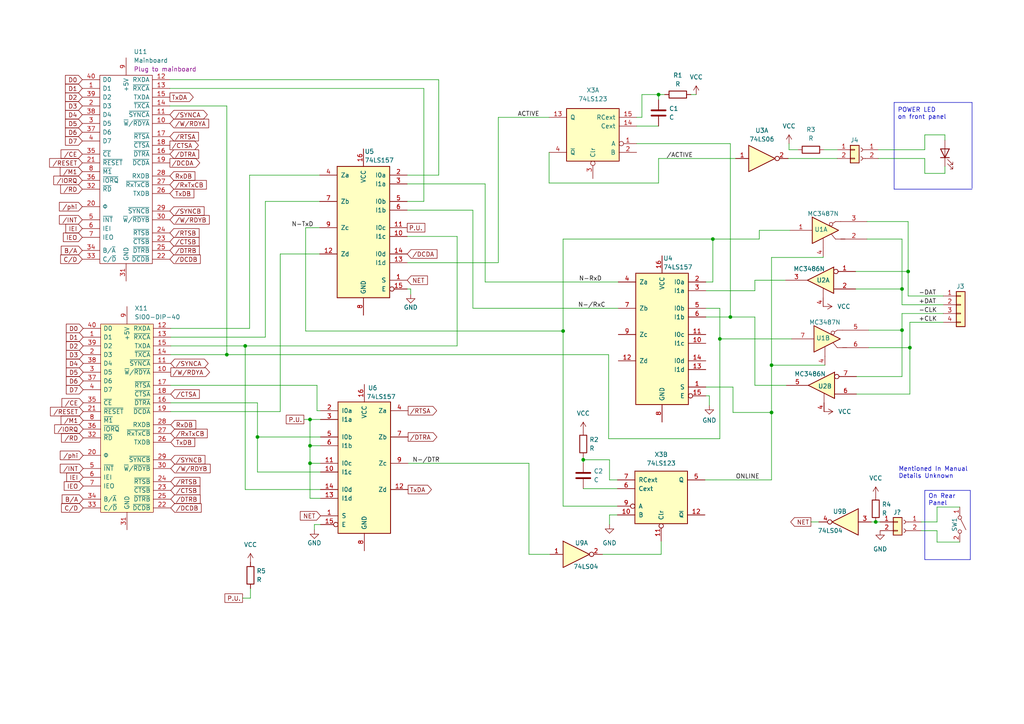
<source format=kicad_sch>
(kicad_sch (version 20230121) (generator eeschema)
  (paper "A4")
  (title_block (title "Possible KayNet-ULCNet equivalent") (date "2025-06-15") (rev "0"))
  (lib_symbols
    (symbol "74xx:74LS04"
      (property "Reference" "U" (at 0 1.27 0))
      (property "Value" "74LS04" (at 0 -1.27 0))
      (symbol "74LS04_1_0"
        (pin input line (at -7.62 0 0) (length 3.81) (name "~") (number "1"))
        (pin output inverted (at 7.62 0 180) (length 3.81) (name "~") (number "2"))
      )
      (symbol "74LS04_2_0"
        (pin input line (at -7.62 0 0) (length 3.81) (name "~") (number "3"))
        (pin output inverted (at 7.62 0 180) (length 3.81) (name "~") (number "4"))
      )
      (symbol "74LS04_3_0"
        (pin input line (at -7.62 0 0) (length 3.81) (name "~") (number "5"))
        (pin output inverted (at 7.62 0 180) (length 3.81) (name "~") (number "6"))
      )
      (symbol "74LS04_4_0"
        (pin output inverted (at 7.62 0 180) (length 3.81) (name "~") (number "8"))
        (pin input line (at -7.62 0 0) (length 3.81) (name "~") (number "9"))
      )
      (symbol "74LS04_5_0"
        (pin output inverted (at 7.62 0 180) (length 3.81) (name "~") (number "10"))
        (pin input line (at -7.62 0 0) (length 3.81) (name "~") (number "11"))
      )
      (symbol "74LS04_6_0"
        (pin output inverted (at 7.62 0 180) (length 3.81) (name "~") (number "12"))
        (pin input line (at -7.62 0 0) (length 3.81) (name "~") (number "13"))
      )
      (symbol "74LS04_7_0"
        (pin power_in line (at 0 12.7 270) (length 5.08) (name "VCC") (number "14"))
        (pin power_in line (at 0 -12.7 90) (length 5.08) (name "GND") (number "7"))
      )
    )
    (symbol "74xx:74LS06" (pin_names (offset 1.016))
      (property "Reference" "U" (at 0 1.27 0))
      (property "Value" "74LS06" (at 0 -1.27 0))
      (symbol "74LS06_1_0"
        (pin input line (at -7.62 0 0) (length 3.81) (name "~") (number "1"))
        (pin open_collector inverted (at 7.62 0 180) (length 3.81) (name "~") (number "2"))
      )
      (symbol "74LS06_2_0"
        (pin input line (at -7.62 0 0) (length 3.81) (name "~") (number "3"))
        (pin open_collector inverted (at 7.62 0 180) (length 3.81) (name "~") (number "4"))
      )
      (symbol "74LS06_3_0"
        (pin input line (at -7.62 0 0) (length 3.81) (name "~") (number "5"))
        (pin open_collector inverted (at 7.62 0 180) (length 3.81) (name "~") (number "6"))
      )
      (symbol "74LS06_4_0"
        (pin open_collector inverted (at 7.62 0 180) (length 3.81) (name "~") (number "8"))
        (pin input line (at -7.62 0 0) (length 3.81) (name "~") (number "9"))
      )
      (symbol "74LS06_5_0"
        (pin open_collector inverted (at 7.62 0 180) (length 3.81) (name "~") (number "10"))
        (pin input line (at -7.62 0 0) (length 3.81) (name "~") (number "11"))
      )
      (symbol "74LS06_6_0"
        (pin open_collector inverted (at 7.62 0 180) (length 3.81) (name "~") (number "12"))
        (pin input line (at -7.62 0 0) (length 3.81) (name "~") (number "13"))
      )
      (symbol "74LS06_7_0"
        (pin power_in line (at 0 12.7 270) (length 5.08) (name "VCC") (number "14"))
        (pin power_in line (at 0 -12.7 90) (length 5.08) (name "GND") (number "7"))
      )
    )
    (symbol "74xx:74LS123" (pin_names (offset 1.016))
      (property "Reference" "U" (at -7.62 8.89 0))
      (property "Value" "74LS123" (at -7.62 -8.89 0))
      (symbol "74LS123_1_0"
        (pin input inverted (at -12.7 -2.54 0) (length 5.08) (name "A") (number "1"))
        (pin output line (at 12.7 5.08 180) (length 5.08) (name "Q") (number "13"))
        (pin input line (at -12.7 2.54 0) (length 5.08) (name "Cext") (number "14"))
        (pin input line (at -12.7 5.08 0) (length 5.08) (name "RCext") (number "15"))
        (pin input line (at -12.7 -5.08 0) (length 5.08) (name "B") (number "2"))
        (pin input inverted (at 0 -12.7 90) (length 5.08) (name "Clr") (number "3"))
        (pin output line (at 12.7 -5.08 180) (length 5.08) (name "~{Q}") (number "4"))
      )
      (symbol "74LS123_2_0"
        (pin input line (at -12.7 -5.08 0) (length 5.08) (name "B") (number "10"))
        (pin input inverted (at 0 -12.7 90) (length 5.08) (name "Clr") (number "11"))
        (pin output line (at 12.7 -5.08 180) (length 5.08) (name "~{Q}") (number "12"))
        (pin output line (at 12.7 5.08 180) (length 5.08) (name "Q") (number "5"))
        (pin input line (at -12.7 2.54 0) (length 5.08) (name "Cext") (number "6"))
        (pin input line (at -12.7 5.08 0) (length 5.08) (name "RCext") (number "7"))
        (pin input inverted (at -12.7 -2.54 0) (length 5.08) (name "A") (number "9"))
      )
      (symbol "74LS123_3_0"
        (pin power_in line (at 0 12.7 270) (length 5.08) (name "VCC") (number "16"))
        (pin power_in line (at 0 -12.7 90) (length 5.08) (name "GND") (number "8"))
      )
    )
    (symbol "74xx:74LS157" (pin_names (offset 1.016))
      (property "Reference" "U" (at -7.62 19.05 0))
      (property "Value" "74LS157" (at -7.62 -21.59 0))
      (symbol "74LS157_1_0"
        (pin input line (at -12.7 -15.24 0) (length 5.08) (name "S") (number "1"))
        (pin input line (at -12.7 -2.54 0) (length 5.08) (name "I1c") (number "10"))
        (pin input line (at -12.7 0 0) (length 5.08) (name "I0c") (number "11"))
        (pin output line (at 12.7 -7.62 180) (length 5.08) (name "Zd") (number "12"))
        (pin input line (at -12.7 -10.16 0) (length 5.08) (name "I1d") (number "13"))
        (pin input line (at -12.7 -7.62 0) (length 5.08) (name "I0d") (number "14"))
        (pin input inverted (at -12.7 -17.78 0) (length 5.08) (name "E") (number "15"))
        (pin power_in line (at 0 22.86 270) (length 5.08) (name "VCC") (number "16"))
        (pin input line (at -12.7 15.24 0) (length 5.08) (name "I0a") (number "2"))
        (pin input line (at -12.7 12.7 0) (length 5.08) (name "I1a") (number "3"))
        (pin output line (at 12.7 15.24 180) (length 5.08) (name "Za") (number "4"))
        (pin input line (at -12.7 7.62 0) (length 5.08) (name "I0b") (number "5"))
        (pin input line (at -12.7 5.08 0) (length 5.08) (name "I1b") (number "6"))
        (pin output line (at 12.7 7.62 180) (length 5.08) (name "Zb") (number "7"))
        (pin power_in line (at 0 -25.4 90) (length 5.08) (name "GND") (number "8"))
        (pin output line (at 12.7 0 180) (length 5.08) (name "Zc") (number "9"))
      )
    )
    (symbol "Connector:Conn_01x02_Socket" (pin_names (offset 1.016) hide)
      (property "Reference" "J" (at 0 2.54 0))
      (property "Value" "Conn_01x02_Socket" (at 0 -5.08 0))
      (symbol "Conn_01x02_Socket_1_1"
        (pin passive line (at -5.08 0 0) (length 3.81) (name "Pin_1") (number "1"))
        (pin passive line (at -5.08 -2.54 0) (length 3.81) (name "Pin_2") (number "2"))
      )
    )
    (symbol "Connector_Generic:Conn_01x02" (pin_names (offset 1.016) hide)
      (property "Reference" "J" (at 0 2.54 0))
      (property "Value" "Conn_01x02" (at 0 -5.08 0))
      (symbol "Conn_01x02_1_1"
        (pin passive line (at -5.08 0 0) (length 3.81) (name "Pin_1") (number "1"))
        (pin passive line (at -5.08 -2.54 0) (length 3.81) (name "Pin_2") (number "2"))
      )
    )
    (symbol "Connector_Generic:Conn_01x04" (pin_names (offset 1.016) hide)
      (property "Reference" "J" (at 0 5.08 0))
      (property "Value" "Conn_01x04" (at 0 -7.62 0))
      (symbol "Conn_01x04_1_1"
        (pin passive line (at -5.08 2.54 0) (length 3.81) (name "Pin_1") (number "1"))
        (pin passive line (at -5.08 0 0) (length 3.81) (name "Pin_2") (number "2"))
        (pin passive line (at -5.08 -2.54 0) (length 3.81) (name "Pin_3") (number "3"))
        (pin passive line (at -5.08 -5.08 0) (length 3.81) (name "Pin_4") (number "4"))
      )
    )
    (symbol "Device:C" (pin_numbers hide) (pin_names (offset 0.254))
      (property "Reference" "C" (at 0.635 2.54 0))
      (property "Value" "C" (at 0.635 -2.54 0))
      (symbol "C_1_1"
        (pin passive line (at 0 3.81 270) (length 2.794) (name "~") (number "1"))
        (pin passive line (at 0 -3.81 90) (length 2.794) (name "~") (number "2"))
      )
    )
    (symbol "Device:LED" (pin_numbers hide) (pin_names (offset 1.016) hide)
      (property "Reference" "D" (at 0 2.54 0))
      (property "Value" "LED" (at 0 -2.54 0))
      (symbol "LED_1_1"
        (pin passive line (at -3.81 0 0) (length 2.54) (name "K") (number "1"))
        (pin passive line (at 3.81 0 180) (length 2.54) (name "A") (number "2"))
      )
    )
    (symbol "Device:R" (pin_numbers hide) (pin_names (offset 0))
      (property "Reference" "R" (at 2.032 0 90))
      (property "Value" "R" (at 0 0 90))
      (symbol "R_1_1"
        (pin passive line (at 0 3.81 270) (length 1.27) (name "~") (number "1"))
        (pin passive line (at 0 -3.81 90) (length 1.27) (name "~") (number "2"))
      )
    )
    (symbol "Interface_LineDriver:MC3486N" (pin_names (offset 1.016) hide)
      (property "Reference" "U2" (at 2.286 3.556 0))
      (property "Value" "MC3486N" (at -1.524 0 0))
      (symbol "MC3486N_1_1"
        (pin input inverted (at -9.398 2.54 0) (length 6.35) (name "E-") (number "1"))
        (pin input line (at -9.398 -2.54 0) (length 6.35) (name "E+") (number "2"))
        (pin tri_state line (at 10.922 0 180) (length 6.35) (name "OUT") (number "3"))
        (pin input line (at 0 -7.62 90) (length 2.54) (name "ENABLE") (number "4"))
      )
      (symbol "MC3486N_2_1"
        (pin input line (at 0 -7.62 90) (length 2.54) (name "ENABLE") (number "4"))
        (pin tri_state line (at 10.922 0 180) (length 6.35) (name "OUT") (number "5"))
        (pin input line (at -9.398 -2.54 0) (length 6.35) (name "E+") (number "6"))
        (pin input inverted (at -9.398 2.54 0) (length 6.35) (name "E-") (number "7"))
      )
      (symbol "MC3486N_3_1"
        (pin input line (at -9.398 -2.54 0) (length 6.35) (name "E+") (number "10"))
        (pin tri_state line (at 10.922 0 180) (length 6.35) (name "OUT") (number "11"))
        (pin input line (at 0 -7.62 90) (length 2.54) (name "ENABLE") (number "12"))
        (pin input inverted (at -9.398 2.54 0) (length 6.35) (name "E-") (number "9"))
      )
      (symbol "MC3486N_4_1"
        (pin input line (at 0 -7.62 90) (length 2.54) (name "ENABLE") (number "12"))
        (pin tri_state line (at 10.922 0 180) (length 6.35) (name "OUT") (number "13"))
        (pin input line (at -9.398 -2.54 0) (length 6.35) (name "E+") (number "14"))
        (pin input inverted (at -9.398 2.54 0) (length 6.35) (name "E-") (number "15"))
      )
    )
    (symbol "Interface_LineDriver:MC3487N" (pin_names (offset 1.016) hide)
      (property "Reference" "U1" (at -2.54 0.254 0))
      (property "Value" "MC3487N" (at -4.572 4.826 0))
      (symbol "MC3487N_1_1"
        (pin input line (at -9.652 0 0) (length 6.35) (name "INPUT") (number "1"))
        (pin tri_state line (at 12.7 -2.54 180) (length 7.62) (name "OUT+") (number "2"))
        (pin tri_state line (at 12.7 2.54 180) (length 7.62) (name "OUT-") (number "3"))
        (pin input line (at 0 -7.62 90) (length 2.54) (name "ENABLE") (number "4"))
      )
      (symbol "MC3487N_2_1"
        (pin input line (at 0 -7.62 90) (length 2.54) (name "ENABLE") (number "4"))
        (pin tri_state line (at 12.7 2.54 180) (length 7.62) (name "OUT-") (number "5"))
        (pin tri_state line (at 12.7 -2.54 180) (length 7.62) (name "OUT+") (number "6"))
        (pin input line (at -9.652 0 0) (length 6.35) (name "INPUT") (number "7"))
      )
      (symbol "MC3487N_3_1"
        (pin tri_state line (at 12.7 -2.54 180) (length 7.62) (name "OUT+") (number "10"))
        (pin tri_state line (at 12.7 2.54 180) (length 7.62) (name "OUT-") (number "11"))
        (pin input line (at 0 -7.62 90) (length 2.54) (name "ENABLE") (number "12"))
        (pin input line (at -9.652 0 0) (length 6.35) (name "INPUT") (number "9"))
      )
      (symbol "MC3487N_4_1"
        (pin input line (at 0 -7.62 90) (length 2.54) (name "ENABLE") (number "12"))
        (pin tri_state line (at 12.7 2.54 180) (length 7.62) (name "OUT-") (number "13"))
        (pin tri_state line (at 12.7 -2.54 180) (length 7.62) (name "OUT+") (number "14"))
        (pin input line (at -9.652 0 0) (length 6.35) (name "INPUT") (number "15"))
      )
    )
    (symbol "MC3486N_1" (pin_names (offset 1.016) hide)
      (property "Reference" "U2" (at 2.286 3.556 0))
      (property "Value" "MC3486N" (at -1.524 0 0))
      (symbol "MC3486N_1_1_1"
        (pin input inverted (at -9.398 2.54 0) (length 6.35) (name "E-") (number "1"))
        (pin input line (at -9.398 -2.54 0) (length 6.35) (name "E+") (number "2"))
        (pin tri_state line (at 10.922 0 180) (length 6.35) (name "OUT") (number "3"))
        (pin input line (at 0 -7.62 90) (length 2.54) (name "ENABLE") (number "4"))
      )
      (symbol "MC3486N_1_2_1"
        (pin input line (at 0 -7.62 90) (length 2.54) (name "ENABLE") (number "4"))
        (pin tri_state line (at 10.922 0 180) (length 6.35) (name "OUT") (number "5"))
        (pin input line (at -9.398 -2.54 0) (length 6.35) (name "E+") (number "6"))
        (pin input inverted (at -9.398 2.54 0) (length 6.35) (name "E-") (number "7"))
      )
      (symbol "MC3486N_1_3_1"
        (pin input line (at -9.398 -2.54 0) (length 6.35) (name "E+") (number "10"))
        (pin tri_state line (at 10.922 0 180) (length 6.35) (name "OUT") (number "11"))
        (pin input line (at 0 -7.62 90) (length 2.54) (name "ENABLE") (number "12"))
        (pin input inverted (at -9.398 2.54 0) (length 6.35) (name "E-") (number "9"))
      )
      (symbol "MC3486N_1_4_1"
        (pin input line (at 0 -7.62 90) (length 2.54) (name "ENABLE") (number "12"))
        (pin tri_state line (at 10.922 0 180) (length 6.35) (name "OUT") (number "13"))
        (pin input line (at -9.398 -2.54 0) (length 6.35) (name "E+") (number "14"))
        (pin input inverted (at -9.398 2.54 0) (length 6.35) (name "E-") (number "15"))
      )
    )
    (symbol "MC3487N_1" (pin_names (offset 1.016) hide)
      (property "Reference" "U1" (at -2.54 0.254 0))
      (property "Value" "MC3487N" (at -4.572 4.826 0))
      (symbol "MC3487N_1_1_1"
        (pin input line (at -9.652 0 0) (length 6.35) (name "INPUT") (number "1"))
        (pin tri_state line (at 12.7 -2.54 180) (length 7.62) (name "OUT+") (number "2"))
        (pin tri_state line (at 12.7 2.54 180) (length 7.62) (name "OUT-") (number "3"))
        (pin input line (at 0 -7.62 90) (length 2.54) (name "ENABLE") (number "4"))
      )
      (symbol "MC3487N_1_2_1"
        (pin input line (at 0 -7.62 90) (length 2.54) (name "ENABLE") (number "4"))
        (pin tri_state line (at 12.7 2.54 180) (length 7.62) (name "OUT-") (number "5"))
        (pin tri_state line (at 12.7 -2.54 180) (length 7.62) (name "OUT+") (number "6"))
        (pin input line (at -9.652 0 0) (length 6.35) (name "INPUT") (number "7"))
      )
      (symbol "MC3487N_1_3_1"
        (pin tri_state line (at 12.7 -2.54 180) (length 7.62) (name "OUT+") (number "10"))
        (pin tri_state line (at 12.7 2.54 180) (length 7.62) (name "OUT-") (number "11"))
        (pin input line (at 0 -7.62 90) (length 2.54) (name "ENABLE") (number "12"))
        (pin input line (at -9.652 0 0) (length 6.35) (name "INPUT") (number "9"))
      )
      (symbol "MC3487N_1_4_1"
        (pin input line (at 0 -7.62 90) (length 2.54) (name "ENABLE") (number "12"))
        (pin tri_state line (at 12.7 2.54 180) (length 7.62) (name "OUT-") (number "13"))
        (pin tri_state line (at 12.7 -2.54 180) (length 7.62) (name "OUT+") (number "14"))
        (pin input line (at -9.652 0 0) (length 6.35) (name "INPUT") (number "15"))
      )
    )
    (symbol "SIO0-DIP-40_1" (pin_names (offset 0.762))
      (property "Reference" "U11" (at 9.8141 6.858 0))
      (property "Value" "Mainboard" (at 9.8141 4.318 0))
      (property "Value_1" "Plug to mainboard" (at 9.8141 1.778 0))
      (symbol "SIO0-DIP-40_1_0_0"
        (pin bidirectional line (at -5.08 -3.81 0) (length 5.08) (name "D1") (number "1"))
        (pin output line (at 20.32 -13.97 180) (length 5.08) (name "~{W}/~{RDYA}") (number "10"))
        (pin bidirectional line (at 20.32 -11.43 180) (length 5.08) (name "~{SYNCA}") (number "11"))
        (pin input line (at 20.32 -1.27 180) (length 5.08) (name "RXDA") (number "12"))
        (pin input line (at 20.32 -3.81 180) (length 5.08) (name "~{RXCA}") (number "13"))
        (pin output line (at 20.32 -8.89 180) (length 5.08) (name "~{TXCA}") (number "14"))
        (pin output line (at 20.32 -6.35 180) (length 5.08) (name "TXDA") (number "15"))
        (pin output line (at 20.32 -22.86 180) (length 5.08) (name "~{DTRA}") (number "16"))
        (pin output line (at 20.32 -17.78 180) (length 5.08) (name "~{RTSA}") (number "17"))
        (pin input line (at 20.32 -20.32 180) (length 5.08) (name "~{CTSA}") (number "18"))
        (pin input line (at 20.32 -25.4 180) (length 5.08) (name "~{DCDA}") (number "19"))
        (pin bidirectional line (at -5.08 -8.89 0) (length 5.08) (name "D3") (number "2"))
        (pin input line (at -5.08 -38.1 0) (length 5.08) (name "Φ") (number "20"))
        (pin input line (at -5.08 -25.4 0) (length 5.08) (name "~{RESET}") (number "21"))
        (pin input line (at 20.32 -53.34 180) (length 5.08) (name "~{DCDB}") (number "22"))
        (pin input line (at 20.32 -48.26 180) (length 5.08) (name "~{CTSB}") (number "23"))
        (pin output line (at 20.32 -45.72 180) (length 5.08) (name "~{RTSB}") (number "24"))
        (pin output line (at 20.32 -50.8 180) (length 5.08) (name "~{DTRB}") (number "25"))
        (pin output line (at 20.32 -34.29 180) (length 5.08) (name "TXDB") (number "26"))
        (pin input line (at 20.32 -31.75 180) (length 5.08) (name "~{RxTxCB}") (number "27"))
        (pin input line (at 20.32 -29.21 180) (length 5.08) (name "RXDB") (number "28"))
        (pin input line (at 20.32 -39.37 180) (length 5.08) (name "~{SYNCB}") (number "29"))
        (pin bidirectional line (at -5.08 -13.97 0) (length 5.08) (name "D5") (number "3"))
        (pin output line (at 20.32 -41.91 180) (length 5.08) (name "~{W}/~{RDYB}") (number "30"))
        (pin power_in line (at 7.62 -59.69 90) (length 5.08) (name "GND") (number "31"))
        (pin input line (at -5.08 -33.02 0) (length 5.08) (name "~{RD}") (number "32"))
        (pin input line (at -5.08 -53.34 0) (length 5.08) (name "C/~{D}") (number "33"))
        (pin input line (at -5.08 -50.8 0) (length 5.08) (name "B/~{A}") (number "34"))
        (pin input line (at -5.08 -22.86 0) (length 5.08) (name "~{CE}") (number "35"))
        (pin input line (at -5.08 -30.48 0) (length 5.08) (name "~{IORQ}") (number "36"))
        (pin bidirectional line (at -5.08 -16.51 0) (length 5.08) (name "D6") (number "37"))
        (pin bidirectional line (at -5.08 -11.43 0) (length 5.08) (name "D4") (number "38"))
        (pin bidirectional line (at -5.08 -6.35 0) (length 5.08) (name "D2") (number "39"))
        (pin bidirectional line (at -5.08 -19.05 0) (length 5.08) (name "D7") (number "4"))
        (pin bidirectional line (at -5.08 -1.27 0) (length 5.08) (name "D0") (number "40"))
        (pin open_collector line (at -5.08 -41.91 0) (length 5.08) (name "~{INT}") (number "5"))
        (pin input line (at -5.08 -44.45 0) (length 5.08) (name "IEI") (number "6"))
        (pin output line (at -5.08 -46.99 0) (length 5.08) (name "IEO") (number "7"))
        (pin input line (at -5.08 -27.94 0) (length 5.08) (name "~{M1}") (number "8"))
        (pin power_in line (at 7.62 5.08 270) (length 5.08) (name "+5V") (number "9"))
      )
    )
    (symbol "Switch:SW_SPST" (pin_names (offset 0) hide)
      (property "Reference" "SW" (at 0 3.175 0))
      (property "Value" "SW_SPST" (at 0 -2.54 0))
      (symbol "SW_SPST_1_1"
        (pin passive line (at -5.08 0 0) (length 2.54) (name "A") (number "1"))
        (pin passive line (at 5.08 0 180) (length 2.54) (name "B") (number "2"))
      )
    )
    (symbol "Zilog_Z80_Peripherals:SIO0-DIP-40" (pin_names (offset 0.762))
      (property "Value" "SIO0-DIP-40" (at 0 0 0))
      (property "Reference_1" "IC" (at 0 1.27 0))
      (property "Value_1" "SIO0-DIP-40" (at 7.62 1.27 0))
      (symbol "SIO0-DIP-40_0_0"
        (pin bidirectional line (at -5.08 -3.81 0) (length 5.08) (name "D1") (number "1"))
        (pin output line (at 20.32 -13.97 180) (length 5.08) (name "~{W}/~{RDYA}") (number "10"))
        (pin bidirectional line (at 20.32 -11.43 180) (length 5.08) (name "~{SYNCA}") (number "11"))
        (pin input line (at 20.32 -1.27 180) (length 5.08) (name "RXDA") (number "12"))
        (pin input line (at 20.32 -3.81 180) (length 5.08) (name "~{RXCA}") (number "13"))
        (pin output line (at 20.32 -8.89 180) (length 5.08) (name "~{TXCA}") (number "14"))
        (pin output line (at 20.32 -6.35 180) (length 5.08) (name "TXDA") (number "15"))
        (pin output line (at 20.32 -22.86 180) (length 5.08) (name "~{DTRA}") (number "16"))
        (pin output line (at 20.32 -17.78 180) (length 5.08) (name "~{RTSA}") (number "17"))
        (pin input line (at 20.32 -20.32 180) (length 5.08) (name "~{CTSA}") (number "18"))
        (pin input line (at 20.32 -25.4 180) (length 5.08) (name "~{DCDA}") (number "19"))
        (pin bidirectional line (at -5.08 -8.89 0) (length 5.08) (name "D3") (number "2"))
        (pin input line (at -5.08 -38.1 0) (length 5.08) (name "Φ") (number "20"))
        (pin input line (at -5.08 -25.4 0) (length 5.08) (name "~{RESET}") (number "21"))
        (pin input line (at 20.32 -53.34 180) (length 5.08) (name "~{DCDB}") (number "22"))
        (pin input line (at 20.32 -48.26 180) (length 5.08) (name "~{CTSB}") (number "23"))
        (pin output line (at 20.32 -45.72 180) (length 5.08) (name "~{RTSB}") (number "24"))
        (pin output line (at 20.32 -50.8 180) (length 5.08) (name "~{DTRB}") (number "25"))
        (pin output line (at 20.32 -34.29 180) (length 5.08) (name "TXDB") (number "26"))
        (pin input line (at 20.32 -31.75 180) (length 5.08) (name "~{RxTxCB}") (number "27"))
        (pin input line (at 20.32 -29.21 180) (length 5.08) (name "RXDB") (number "28"))
        (pin input line (at 20.32 -39.37 180) (length 5.08) (name "~{SYNCB}") (number "29"))
        (pin bidirectional line (at -5.08 -13.97 0) (length 5.08) (name "D5") (number "3"))
        (pin output line (at 20.32 -41.91 180) (length 5.08) (name "~{W}/~{RDYB}") (number "30"))
        (pin power_in line (at 7.62 -59.69 90) (length 5.08) (name "GND") (number "31"))
        (pin input line (at -5.08 -33.02 0) (length 5.08) (name "~{RD}") (number "32"))
        (pin input line (at -5.08 -53.34 0) (length 5.08) (name "C/~{D}") (number "33"))
        (pin input line (at -5.08 -50.8 0) (length 5.08) (name "B/~{A}") (number "34"))
        (pin input line (at -5.08 -22.86 0) (length 5.08) (name "~{CE}") (number "35"))
        (pin input line (at -5.08 -30.48 0) (length 5.08) (name "~{IORQ}") (number "36"))
        (pin bidirectional line (at -5.08 -16.51 0) (length 5.08) (name "D6") (number "37"))
        (pin bidirectional line (at -5.08 -11.43 0) (length 5.08) (name "D4") (number "38"))
        (pin bidirectional line (at -5.08 -6.35 0) (length 5.08) (name "D2") (number "39"))
        (pin bidirectional line (at -5.08 -19.05 0) (length 5.08) (name "D7") (number "4"))
        (pin bidirectional line (at -5.08 -1.27 0) (length 5.08) (name "D0") (number "40"))
        (pin open_collector line (at -5.08 -41.91 0) (length 5.08) (name "~{INT}") (number "5"))
        (pin input line (at -5.08 -44.45 0) (length 5.08) (name "IEI") (number "6"))
        (pin output line (at -5.08 -46.99 0) (length 5.08) (name "IEO") (number "7"))
        (pin input line (at -5.08 -27.94 0) (length 5.08) (name "~{M1}") (number "8"))
        (pin power_in line (at 7.62 5.08 270) (length 5.08) (name "+5V") (number "9"))
      )
    )
    (symbol "power:GND" (power) (pin_names (offset 0))
      (property "Value" "GND" (at 0 -3.81 0))
      (symbol "GND_1_1"
        (pin power_in line (at 0 0 270) (length 0) hide (name "GND") (number "1"))
      )
    )
    (symbol "power:VCC" (power) (pin_names (offset 0))
      (property "Value" "VCC" (at 0 3.81 0))
      (symbol "VCC_1_1"
        (pin power_in line (at 0 0 90) (length 0) hide (name "VCC") (number "1"))
      )
    )
  )
  (junction (at 211.836 91.948))
  (junction (at 74.676 126.746))
  (junction (at 263.398 78.74))
  (junction (at 261.62 95.758))
  (junction (at 263.906 100.838))
  (junction (at 65.786 102.87))
  (junction (at 89.916 134.366))
  (junction (at 206.756 69.342))
  (junction (at 89.916 129.286))
  (junction (at 254 151.384))
  (junction (at 208.788 98.298))
  (junction (at 163.322 96.012))
  (junction (at 223.774 105.918))
  (junction (at 223.774 119.634))
  (junction (at 261.62 83.82))
  (junction (at 71.12 100.33))
  (junction (at 191.008 27.432))
  (junction (at 89.916 121.666))
  (junction (at 169.164 133.35))
  (wire (pts (xy 263.398 64.262) (xy 263.398 78.74)))
  (wire (pts (xy 248.158 83.82) (xy 261.62 83.82)))
  (wire (pts (xy 91.948 111.76) (xy 49.53 111.76)))
  (wire (pts (xy 220.218 66.802) (xy 229.108 66.802)))
  (wire (pts (xy 211.836 91.948) (xy 218.948 91.948)))
  (wire (pts (xy 254 151.384) (xy 255.27 151.384)))
  (wire (pts (xy 218.948 81.28) (xy 227.838 81.28)))
  (wire (pts (xy 208.788 98.298) (xy 208.788 127.254)))
  (wire (pts (xy 263.906 93.472) (xy 273.558 93.472)))
  (wire (pts (xy 212.598 112.268) (xy 212.598 119.634)))
  (wire (pts (xy 92.964 144.526) (xy 89.916 144.526)))
  (wire (pts (xy 271.78 157.226) (xy 271.78 153.924)))
  (wire (pts (xy 191.77 160.782) (xy 191.77 156.972)))
  (wire (pts (xy 218.948 91.948) (xy 218.948 111.76)))
  (wire (pts (xy 49.53 95.25) (xy 72.39 95.25)))
  (polyline (pts (xy 281.94 29.718) (xy 281.94 54.61)))
  (wire (pts (xy 263.906 93.472) (xy 263.906 100.838)))
  (wire (pts (xy 49.276 30.734) (xy 65.786 30.734)))
  (wire (pts (xy 228.6 45.974) (xy 242.824 45.974)))
  (wire (pts (xy 263.398 85.852) (xy 273.558 85.852)))
  (wire (pts (xy 248.412 114.3) (xy 263.906 114.3)))
  (wire (pts (xy 238.76 74.676) (xy 238.76 74.422)))
  (wire (pts (xy 268.224 43.434) (xy 268.224 39.116)))
  (polyline (pts (xy 259.334 29.718) (xy 281.94 29.718)))
  (wire (pts (xy 88.646 66.04) (xy 88.646 96.012)))
  (wire (pts (xy 211.836 41.656) (xy 211.836 91.948)))
  (wire (pts (xy 81.28 73.66) (xy 92.71 73.66)))
  (wire (pts (xy 140.716 53.34) (xy 140.716 81.788)))
  (wire (pts (xy 223.774 74.676) (xy 223.774 105.918)))
  (polyline (pts (xy 268.224 142.24) (xy 268.224 162.306)))
  (wire (pts (xy 140.716 81.788) (xy 179.324 81.788)))
  (wire (pts (xy 169.164 132.588) (xy 169.164 133.35)))
  (wire (pts (xy 271.78 151.384) (xy 267.208 151.384)))
  (wire (pts (xy 159.258 44.196) (xy 159.258 53.086)))
  (wire (pts (xy 72.39 95.25) (xy 72.39 50.8)))
  (wire (pts (xy 144.526 76.2) (xy 118.11 76.2)))
  (wire (pts (xy 127.254 23.114) (xy 127.254 50.8)))
  (polyline (pts (xy 281.432 162.306) (xy 268.224 162.306)))
  (wire (pts (xy 208.788 89.408) (xy 208.788 98.298)))
  (wire (pts (xy 72.39 50.8) (xy 92.71 50.8)))
  (wire (pts (xy 49.53 119.38) (xy 81.28 119.38)))
  (wire (pts (xy 65.786 30.734) (xy 65.786 102.87)))
  (wire (pts (xy 268.224 39.116) (xy 274.066 39.116)))
  (wire (pts (xy 261.62 95.758) (xy 261.62 109.22)))
  (wire (pts (xy 49.53 100.33) (xy 71.12 100.33)))
  (wire (pts (xy 223.774 74.676) (xy 238.76 74.676)))
  (wire (pts (xy 118.11 53.34) (xy 140.716 53.34)))
  (wire (pts (xy 169.164 141.732) (xy 179.07 141.732)))
  (wire (pts (xy 278.384 157.226) (xy 271.78 157.226)))
  (wire (pts (xy 127.254 50.8) (xy 118.11 50.8)))
  (wire (pts (xy 92.964 121.666) (xy 89.916 121.666)))
  (wire (pts (xy 119.126 83.82) (xy 119.126 85.344)))
  (wire (pts (xy 239.014 43.434) (xy 242.824 43.434)))
  (wire (pts (xy 92.964 134.366) (xy 89.916 134.366)))
  (wire (pts (xy 92.71 66.04) (xy 88.646 66.04)))
  (wire (pts (xy 89.916 129.286) (xy 89.916 121.666)))
  (wire (pts (xy 251.968 100.838) (xy 263.906 100.838)))
  (wire (pts (xy 248.412 109.22) (xy 261.62 109.22)))
  (wire (pts (xy 248.158 78.74) (xy 263.398 78.74)))
  (wire (pts (xy 261.62 90.932) (xy 273.558 90.932)))
  (wire (pts (xy 274.066 39.116) (xy 274.066 40.64)))
  (wire (pts (xy 49.276 25.654) (xy 122.936 25.654)))
  (wire (pts (xy 235.204 151.384) (xy 237.49 151.384)))
  (wire (pts (xy 212.598 119.634) (xy 223.774 119.634)))
  (wire (pts (xy 49.53 116.84) (xy 74.676 116.84)))
  (wire (pts (xy 91.186 152.146) (xy 92.964 152.146)))
  (wire (pts (xy 278.384 147.066) (xy 271.78 147.066)))
  (wire (pts (xy 200.406 27.432) (xy 201.93 27.432)))
  (wire (pts (xy 159.258 53.086) (xy 191.008 53.086)))
  (wire (pts (xy 191.008 27.432) (xy 192.786 27.432)))
  (wire (pts (xy 206.756 69.342) (xy 206.756 81.788)))
  (wire (pts (xy 251.968 95.758) (xy 261.62 95.758)))
  (wire (pts (xy 49.276 23.114) (xy 127.254 23.114)))
  (wire (pts (xy 268.224 50.292) (xy 274.066 50.292)))
  (wire (pts (xy 228.854 43.434) (xy 231.394 43.434)))
  (wire (pts (xy 261.62 69.342) (xy 261.62 83.82)))
  (wire (pts (xy 191.008 27.432) (xy 191.008 28.956)))
  (wire (pts (xy 208.788 127.254) (xy 176.53 127.254)))
  (wire (pts (xy 132.588 100.33) (xy 132.588 68.58)))
  (wire (pts (xy 163.322 69.342) (xy 163.322 96.012)))
  (wire (pts (xy 153.416 134.366) (xy 153.416 160.782)))
  (wire (pts (xy 204.724 112.268) (xy 212.598 112.268)))
  (wire (pts (xy 252.73 151.384) (xy 254 151.384)))
  (wire (pts (xy 223.774 119.634) (xy 223.774 139.192)))
  (wire (pts (xy 204.47 139.192) (xy 223.774 139.192)))
  (wire (pts (xy 71.12 141.986) (xy 71.12 100.33)))
  (wire (pts (xy 71.12 141.986) (xy 92.964 141.986)))
  (wire (pts (xy 228.854 41.656) (xy 228.854 43.434)))
  (wire (pts (xy 74.676 126.746) (xy 74.676 136.906)))
  (wire (pts (xy 205.74 114.808) (xy 204.724 114.808)))
  (wire (pts (xy 118.11 83.82) (xy 119.126 83.82)))
  (wire (pts (xy 261.62 90.932) (xy 261.62 95.758)))
  (wire (pts (xy 176.784 133.35) (xy 169.164 133.35)))
  (wire (pts (xy 132.588 68.58) (xy 118.11 68.58)))
  (wire (pts (xy 71.12 100.33) (xy 132.588 100.33)))
  (wire (pts (xy 91.186 152.146) (xy 91.186 153.67)))
  (wire (pts (xy 184.658 36.576) (xy 191.008 36.576)))
  (wire (pts (xy 137.16 89.408) (xy 179.324 89.408)))
  (wire (pts (xy 137.16 89.408) (xy 137.16 60.96)))
  (wire (pts (xy 89.916 134.366) (xy 89.916 129.286)))
  (wire (pts (xy 254.762 45.974) (xy 268.224 45.974)))
  (wire (pts (xy 176.784 139.192) (xy 179.07 139.192)))
  (wire (pts (xy 176.784 152.146) (xy 176.784 149.352)))
  (wire (pts (xy 191.008 45.974) (xy 213.36 45.974)))
  (wire (pts (xy 261.62 88.392) (xy 273.558 88.392)))
  (wire (pts (xy 208.788 98.298) (xy 229.616 98.298)))
  (wire (pts (xy 89.916 121.666) (xy 88.138 121.666)))
  (wire (pts (xy 153.416 160.782) (xy 159.512 160.782)))
  (wire (pts (xy 74.676 116.84) (xy 74.676 126.746)))
  (wire (pts (xy 88.646 96.012) (xy 163.322 96.012)))
  (wire (pts (xy 92.964 136.906) (xy 74.676 136.906)))
  (wire (pts (xy 118.11 60.96) (xy 137.16 60.96)))
  (wire (pts (xy 74.676 126.746) (xy 92.964 126.746)))
  (wire (pts (xy 81.28 119.38) (xy 81.28 73.66)))
  (wire (pts (xy 144.526 34.036) (xy 144.526 76.2)))
  (wire (pts (xy 122.936 25.654) (xy 122.936 58.42)))
  (polyline (pts (xy 259.334 29.718) (xy 259.334 54.864)))
  (wire (pts (xy 163.322 96.012) (xy 163.322 146.812)))
  (wire (pts (xy 76.962 58.42) (xy 92.71 58.42)))
  (wire (pts (xy 204.724 89.408) (xy 208.788 89.408)))
  (polyline (pts (xy 281.432 142.24) (xy 281.432 162.306)))
  (wire (pts (xy 223.774 105.918) (xy 223.774 119.634)))
  (wire (pts (xy 176.784 139.192) (xy 176.784 133.35)))
  (wire (pts (xy 186.182 34.036) (xy 186.182 27.432)))
  (wire (pts (xy 254.762 43.434) (xy 268.224 43.434)))
  (wire (pts (xy 176.53 127.254) (xy 176.53 102.87)))
  (wire (pts (xy 268.224 45.974) (xy 268.224 50.292)))
  (wire (pts (xy 72.644 170.688) (xy 72.644 173.482)))
  (wire (pts (xy 176.784 149.352) (xy 179.07 149.352)))
  (wire (pts (xy 274.066 50.292) (xy 274.066 48.26)))
  (wire (pts (xy 169.164 133.35) (xy 169.164 134.112)))
  (wire (pts (xy 184.658 34.036) (xy 186.182 34.036)))
  (wire (pts (xy 263.906 100.838) (xy 263.906 114.3)))
  (wire (pts (xy 49.53 97.79) (xy 76.962 97.79)))
  (wire (pts (xy 271.78 153.924) (xy 267.208 153.924)))
  (wire (pts (xy 204.724 81.788) (xy 206.756 81.788)))
  (wire (pts (xy 204.724 84.328) (xy 218.948 84.328)))
  (wire (pts (xy 251.46 69.342) (xy 261.62 69.342)))
  (wire (pts (xy 89.916 144.526) (xy 89.916 134.366)))
  (wire (pts (xy 92.964 129.286) (xy 89.916 129.286)))
  (wire (pts (xy 218.948 84.328) (xy 218.948 81.28)))
  (wire (pts (xy 176.53 102.87) (xy 65.786 102.87)))
  (wire (pts (xy 205.74 117.602) (xy 205.74 114.808)))
  (wire (pts (xy 220.218 69.342) (xy 206.756 69.342)))
  (wire (pts (xy 186.182 27.432) (xy 191.008 27.432)))
  (wire (pts (xy 72.644 173.482) (xy 70.358 173.482)))
  (wire (pts (xy 91.948 119.126) (xy 92.964 119.126)))
  (wire (pts (xy 204.724 91.948) (xy 211.836 91.948)))
  (wire (pts (xy 76.962 97.79) (xy 76.962 58.42)))
  (wire (pts (xy 179.07 146.812) (xy 163.322 146.812)))
  (polyline (pts (xy 268.224 142.24) (xy 281.432 142.24)))
  (wire (pts (xy 118.364 134.366) (xy 153.416 134.366)))
  (wire (pts (xy 191.008 53.086) (xy 191.008 45.974)))
  (wire (pts (xy 91.948 119.126) (xy 91.948 111.76)))
  (wire (pts (xy 122.936 58.42) (xy 118.11 58.42)))
  (wire (pts (xy 144.526 34.036) (xy 159.258 34.036)))
  (wire (pts (xy 261.62 83.82) (xy 261.62 88.392)))
  (wire (pts (xy 211.836 41.656) (xy 184.658 41.656)))
  (wire (pts (xy 251.46 64.262) (xy 263.398 64.262)))
  (wire (pts (xy 223.774 105.918) (xy 239.268 105.918)))
  (wire (pts (xy 220.218 66.802) (xy 220.218 69.342)))
  (wire (pts (xy 263.398 78.74) (xy 263.398 85.852)))
  (wire (pts (xy 174.752 160.782) (xy 191.77 160.782)))
  (wire (pts (xy 49.53 102.87) (xy 65.786 102.87)))
  (wire (pts (xy 271.78 147.066) (xy 271.78 151.384)))
  (polyline (pts (xy 281.94 54.864) (xy 259.334 54.864)))
  (wire (pts (xy 218.948 111.76) (xy 228.092 111.76)))
  (wire (pts (xy 163.322 69.342) (xy 206.756 69.342)))
  (text "On Rear\nPanel" (at 269.24 146.812 0) (effects (font (size 1.27 1.27)) (justify left bottom)))
  (text "Mentioned In Manual\nDetails Unknown" (at 260.604 138.938 0) (effects (font (size 1.27 1.27)) (justify left bottom)))
  (text "POWER LED\non front panel" (at 260.35 34.798 0) (effects (font (size 1.27 1.27)) (justify left bottom)))
  (label "ACTIVE" (at 150.114 34.036 0))
  (label "{slash}ACTIVE" (at 193.294 45.974 0))
  (label "N-TxD" (at 90.932 66.04 180))
  (label "+DAT" (at 266.446 88.392 0))
  (label "+CLK" (at 266.446 93.472 0))
  (label "N-{slash}RxC" (at 167.64 89.408 0))
  (label "N-{slash}DTR" (at 119.634 134.366 0))
  (label "-CLK" (at 266.446 90.932 0))
  (label "ONLINE" (at 213.36 139.192 0))
  (label "N-RxD" (at 167.894 81.788 0))
  (label "-DAT" (at 266.446 85.852 0))
  (global_label "{slash}DTRB" (shape input) (at 49.276 72.644 0) (property "Intersheetrefs" "${INTERSHEET_REFS}" (effects hide)))
  (global_label "{slash}RxTxCB" (shape input) (at 49.276 53.594 0) (property "Intersheetrefs" "${INTERSHEET_REFS}" (effects hide)))
  (global_label "{slash}DTRB" (shape input) (at 49.53 144.78 0) (property "Intersheetrefs" "${INTERSHEET_REFS}" (effects hide)))
  (global_label "B{slash}A" (shape input) (at 24.13 144.78 180) (property "Intersheetrefs" "${INTERSHEET_REFS}" (effects hide)))
  (global_label "{slash}CE" (shape input) (at 23.876 44.704 180) (property "Intersheetrefs" "${INTERSHEET_REFS}" (effects hide)))
  (global_label "{slash}DTRA" (shape output) (at 118.364 126.746 0) (property "Intersheetrefs" "${INTERSHEET_REFS}" (effects hide)))
  (global_label "C{slash}D" (shape input) (at 24.13 147.32 180) (property "Intersheetrefs" "${INTERSHEET_REFS}" (effects hide)))
  (global_label "{slash}IORQ" (shape input) (at 23.876 52.324 180) (property "Intersheetrefs" "${INTERSHEET_REFS}" (effects hide)))
  (global_label "{slash}RTSA" (shape input) (at 49.276 39.624 0) (property "Intersheetrefs" "${INTERSHEET_REFS}" (effects hide)))
  (global_label "{slash}CTSA" (shape input) (at 49.53 114.3 0) (property "Intersheetrefs" "${INTERSHEET_REFS}" (effects hide)))
  (global_label "D2" (shape input) (at 24.13 100.33 180) (property "Intersheetrefs" "${INTERSHEET_REFS}" (effects hide)))
  (global_label "D4" (shape input) (at 24.13 105.41 180) (property "Intersheetrefs" "${INTERSHEET_REFS}" (effects hide)))
  (global_label "{slash}CTSB" (shape input) (at 49.53 142.24 0) (property "Intersheetrefs" "${INTERSHEET_REFS}" (effects hide)))
  (global_label "{slash}DCDA" (shape input) (at 118.11 73.66 0) (property "Intersheetrefs" "${INTERSHEET_REFS}" (effects hide)))
  (global_label "{slash}RD" (shape input) (at 24.13 127 180) (property "Intersheetrefs" "${INTERSHEET_REFS}" (effects hide)))
  (global_label "B{slash}A" (shape input) (at 23.876 72.644 180) (property "Intersheetrefs" "${INTERSHEET_REFS}" (effects hide)))
  (global_label "D6" (shape input) (at 24.13 110.49 180) (property "Intersheetrefs" "${INTERSHEET_REFS}" (effects hide)))
  (global_label "{slash}SYNCB" (shape input) (at 49.53 133.35 0) (property "Intersheetrefs" "${INTERSHEET_REFS}" (effects hide)))
  (global_label "D7" (shape input) (at 24.13 113.03 180) (property "Intersheetrefs" "${INTERSHEET_REFS}" (effects hide)))
  (global_label "P.U." (shape passive) (at 70.358 173.482 180) (property "Intersheetrefs" "${INTERSHEET_REFS}" (effects hide)))
  (global_label "D1" (shape input) (at 24.13 97.79 180) (property "Intersheetrefs" "${INTERSHEET_REFS}" (effects hide)))
  (global_label "{slash}RESET" (shape input) (at 23.876 47.244 180) (property "Intersheetrefs" "${INTERSHEET_REFS}" (effects hide)))
  (global_label "{slash}W{slash}RDYA" (shape input) (at 49.276 35.814 0) (property "Intersheetrefs" "${INTERSHEET_REFS}" (effects hide)))
  (global_label "{slash}RESET" (shape input) (at 24.13 119.38 180) (property "Intersheetrefs" "${INTERSHEET_REFS}" (effects hide)))
  (global_label "{slash}CTSB" (shape input) (at 49.276 70.104 0) (property "Intersheetrefs" "${INTERSHEET_REFS}" (effects hide)))
  (global_label "{slash}INT" (shape input) (at 23.876 63.754 180) (property "Intersheetrefs" "${INTERSHEET_REFS}" (effects hide)))
  (global_label "TxDB" (shape input) (at 49.276 56.134 0) (property "Intersheetrefs" "${INTERSHEET_REFS}" (effects hide)))
  (global_label "{slash}INT" (shape input) (at 24.13 135.89 180) (property "Intersheetrefs" "${INTERSHEET_REFS}" (effects hide)))
  (global_label "{slash}phi" (shape input) (at 23.876 59.944 180) (property "Intersheetrefs" "${INTERSHEET_REFS}" (effects hide)))
  (global_label "{slash}DCDB" (shape input) (at 49.53 147.32 0) (property "Intersheetrefs" "${INTERSHEET_REFS}" (effects hide)))
  (global_label "D1" (shape input) (at 23.876 25.654 180) (property "Intersheetrefs" "${INTERSHEET_REFS}" (effects hide)))
  (global_label "D2" (shape input) (at 23.876 28.194 180) (property "Intersheetrefs" "${INTERSHEET_REFS}" (effects hide)))
  (global_label "{slash}M1" (shape input) (at 23.876 49.784 180) (property "Intersheetrefs" "${INTERSHEET_REFS}" (effects hide)))
  (global_label "P.U." (shape passive) (at 118.11 66.04 0) (property "Intersheetrefs" "${INTERSHEET_REFS}" (effects hide)))
  (global_label "RxDB" (shape input) (at 49.53 123.19 0) (property "Intersheetrefs" "${INTERSHEET_REFS}" (effects hide)))
  (global_label "{slash}W{slash}RDYB" (shape input) (at 49.276 63.754 0) (property "Intersheetrefs" "${INTERSHEET_REFS}" (effects hide)))
  (global_label "IEO" (shape input) (at 24.13 140.97 180) (property "Intersheetrefs" "${INTERSHEET_REFS}" (effects hide)))
  (global_label "IEI" (shape input) (at 24.13 138.43 180) (property "Intersheetrefs" "${INTERSHEET_REFS}" (effects hide)))
  (global_label "D3" (shape input) (at 24.13 102.87 180) (property "Intersheetrefs" "${INTERSHEET_REFS}" (effects hide)))
  (global_label "{slash}DCDB" (shape input) (at 49.276 75.184 0) (property "Intersheetrefs" "${INTERSHEET_REFS}" (effects hide)))
  (global_label "NET" (shape input) (at 92.964 149.606 180) (property "Intersheetrefs" "${INTERSHEET_REFS}" (effects hide)))
  (global_label "D7" (shape input) (at 23.876 40.894 180) (property "Intersheetrefs" "${INTERSHEET_REFS}" (effects hide)))
  (global_label "{slash}CE" (shape input) (at 24.13 116.84 180) (property "Intersheetrefs" "${INTERSHEET_REFS}" (effects hide)))
  (global_label "TxDB" (shape input) (at 49.53 128.27 0) (property "Intersheetrefs" "${INTERSHEET_REFS}" (effects hide)))
  (global_label "P.U." (shape passive) (at 88.138 121.666 180) (property "Intersheetrefs" "${INTERSHEET_REFS}" (effects hide)))
  (global_label "IEO" (shape input) (at 23.876 68.834 180) (property "Intersheetrefs" "${INTERSHEET_REFS}" (effects hide)))
  (global_label "{slash}SYNCA" (shape bidirectional) (at 49.53 105.41 0) (property "Intersheetrefs" "${INTERSHEET_REFS}" (effects hide)))
  (global_label "IEI" (shape input) (at 23.876 66.294 180) (property "Intersheetrefs" "${INTERSHEET_REFS}" (effects hide)))
  (global_label "{slash}RTSB" (shape input) (at 49.276 67.564 0) (property "Intersheetrefs" "${INTERSHEET_REFS}" (effects hide)))
  (global_label "{slash}RTSB" (shape input) (at 49.53 139.7 0) (property "Intersheetrefs" "${INTERSHEET_REFS}" (effects hide)))
  (global_label "TxDA" (shape output) (at 118.364 141.986 0) (property "Intersheetrefs" "${INTERSHEET_REFS}" (effects hide)))
  (global_label "NET" (shape input) (at 118.11 81.28 0) (property "Intersheetrefs" "${INTERSHEET_REFS}" (effects hide)))
  (global_label "{slash}RxTxCB" (shape input) (at 49.53 125.73 0) (property "Intersheetrefs" "${INTERSHEET_REFS}" (effects hide)))
  (global_label "{slash}CTSA" (shape output) (at 49.276 42.164 0) (property "Intersheetrefs" "${INTERSHEET_REFS}" (effects hide)))
  (global_label "{slash}phi" (shape input) (at 24.13 132.08 180) (property "Intersheetrefs" "${INTERSHEET_REFS}" (effects hide)))
  (global_label "TxDA" (shape output) (at 49.276 28.194 0) (property "Intersheetrefs" "${INTERSHEET_REFS}" (effects hide)))
  (global_label "{slash}M1" (shape input) (at 24.13 121.92 180) (property "Intersheetrefs" "${INTERSHEET_REFS}" (effects hide)))
  (global_label "C{slash}D" (shape input) (at 23.876 75.184 180) (property "Intersheetrefs" "${INTERSHEET_REFS}" (effects hide)))
  (global_label "{slash}RTSA" (shape output) (at 118.364 119.126 0) (property "Intersheetrefs" "${INTERSHEET_REFS}" (effects hide)))
  (global_label "D6" (shape input) (at 23.876 38.354 180) (property "Intersheetrefs" "${INTERSHEET_REFS}" (effects hide)))
  (global_label "D3" (shape input) (at 23.876 30.734 180) (property "Intersheetrefs" "${INTERSHEET_REFS}" (effects hide)))
  (global_label "{slash}SYNCB" (shape input) (at 49.276 61.214 0) (property "Intersheetrefs" "${INTERSHEET_REFS}" (effects hide)))
  (global_label "{slash}W{slash}RDYB" (shape input) (at 49.53 135.89 0) (property "Intersheetrefs" "${INTERSHEET_REFS}" (effects hide)))
  (global_label "{slash}W{slash}RDYA" (shape output) (at 49.53 107.95 0) (property "Intersheetrefs" "${INTERSHEET_REFS}" (effects hide)))
  (global_label "D4" (shape input) (at 23.876 33.274 180) (property "Intersheetrefs" "${INTERSHEET_REFS}" (effects hide)))
  (global_label "{slash}RD" (shape input) (at 23.876 54.864 180) (property "Intersheetrefs" "${INTERSHEET_REFS}" (effects hide)))
  (global_label "D0" (shape input) (at 24.13 95.25 180) (property "Intersheetrefs" "${INTERSHEET_REFS}" (effects hide)))
  (global_label "{slash}IORQ" (shape input) (at 24.13 124.46 180) (property "Intersheetrefs" "${INTERSHEET_REFS}" (effects hide)))
  (global_label "{slash}DCDA" (shape output) (at 49.276 47.244 0) (property "Intersheetrefs" "${INTERSHEET_REFS}" (effects hide)))
  (global_label "{slash}SYNCA" (shape bidirectional) (at 49.276 33.274 0) (property "Intersheetrefs" "${INTERSHEET_REFS}" (effects hide)))
  (global_label "D5" (shape input) (at 24.13 107.95 180) (property "Intersheetrefs" "${INTERSHEET_REFS}" (effects hide)))
  (global_label "RxDB" (shape input) (at 49.276 51.054 0) (property "Intersheetrefs" "${INTERSHEET_REFS}" (effects hide)))
  (global_label "D5" (shape input) (at 23.876 35.814 180) (property "Intersheetrefs" "${INTERSHEET_REFS}" (effects hide)))
  (global_label "D0" (shape input) (at 23.876 23.114 180) (property "Intersheetrefs" "${INTERSHEET_REFS}" (effects hide)))
  (global_label "NET" (shape output) (at 235.204 151.384 180) (property "Intersheetrefs" "${INTERSHEET_REFS}" (effects hide)))
  (global_label "{slash}DTRA" (shape input) (at 49.276 44.704 0) (property "Intersheetrefs" "${INTERSHEET_REFS}" (effects hide)))
  (symbol (lib_id "74xx:74LS157") (at 192.024 97.028 0) (mirror y) (unit 1)
    (property "Reference" "U4" (at 192.3699 74.93 0) (effects (justify right)))
    (property "Value" "74LS157" (at 192.3699 77.47 0) (effects (justify right)))
    (property "Datasheet" "http://www.ti.com/lit/gpn/sn74LS157" (effects hide))
  )
  (symbol (lib_id "power:VCC") (at 72.644 163.068 0) (unit 1)
    (property "Reference" "#PWR012" (effects hide))
    (property "Value" "VCC" (at 72.644 157.988 0))
  )
  (symbol (lib_id "power:VCC") (at 201.93 27.432 0) (unit 1)
    (property "Reference" "#PWR02" (effects hide))
    (property "Value" "VCC" (at 201.93 22.352 0))
  )
  (symbol (lib_id "Device:R") (at 72.644 166.878 0) (unit 1)
    (property "Reference" "R5" (at 74.422 165.608 0) (effects (justify left)))
    (property "Value" "R" (at 74.422 168.148 0) (effects (justify left)))
  )
  (symbol (lib_id "Zilog_Z80_Peripherals:SIO0-DIP-40") (at 29.21 93.98 0) (unit 1)
    (property "Reference" "X11" (at 39.0241 89.408 0) (effects (justify left)))
    (property "Value" "SIO0-DIP-40" (at 39.0241 91.948 0) (effects (justify left)))
    (property "Reference_1" "IC" (effects hide))
    (property "Value_1" "SIO0-DIP-40" (effects hide))
    (property "Footprint_1" "Package_DIP:DIP-40_W15.24mm_LongPads" (effects hide))
    (property "Datasheet_1" "http://www.zilog.com/docs/z80/ps0183.pdf" (effects hide))
    (property "Description" "Z80 CMOS SIO/0 Z84C40 Zilog" (effects hide))
    (property "Height" "4.06" (effects hide))
    (property "Manufacturer_Name" "Zilog" (effects hide))
    (property "Manufacturer_Part_Number" "Z84C4206PEG" (effects hide))
    (property "Mouser Part Number" "692-Z84C4206PEG" (effects hide))
    (property "Mouser Price/Stock" "https://www.mouser.com/Search/Refine.aspx?Keyword=692-Z84C4206PEG" (effects hide))
    (property "RS Part Number" "6600766" (effects hide))
    (property "RS Price/Stock" "https://uk.rs-online.com/web/p/products/6600766" (effects hide))
    (property "Allied_Number" "R1000052" (effects hide))
    (property "Allied Price/Stock" "https://www.alliedelec.com/zilog-z84c4206peg/R1000052/" (effects hide))
  )
  (symbol (lib_name "MC3486N_1") (lib_id "Interface_LineDriver:MC3486N") (at 239.014 111.76 0) (mirror y) (unit 2)
    (property "Reference" "U2" (at 239.268 112.014 0))
    (property "Value" "MC3486N" (at 234.95 108.458 0))
    (property "Footprint" "Package_DIP:DIP-14_W7.62mm" (effects hide))
    (property "Datasheet" "http://www.ti.com/lit/ds/symlink/mc3486.pdf" (effects hide))
  )
  (symbol (lib_id "74xx:74LS04") (at 167.132 160.782 0) (unit 1)
    (property "Reference" "U9" (at 168.656 157.48 0))
    (property "Value" "74LS04" (at 169.926 164.338 0))
    (property "Datasheet" "http://www.ti.com/lit/gpn/sn74LS04" (effects hide))
  )
  (symbol (lib_id "74xx:74LS157") (at 105.41 66.04 0) (mirror y) (unit 1)
    (property "Reference" "U5" (at 105.7559 43.942 0) (effects (justify right)))
    (property "Value" "74LS157" (at 105.7559 46.482 0) (effects (justify right)))
    (property "Datasheet" "http://www.ti.com/lit/gpn/sn74LS157" (effects hide))
  )
  (symbol (lib_id "Device:C") (at 169.164 137.922 0) (unit 1)
    (property "Reference" "C2" (at 172.212 136.652 0) (effects (justify left)))
    (property "Value" "C" (at 172.212 139.192 0) (effects (justify left)))
  )
  (symbol (lib_id "power:VCC") (at 169.164 124.968 0) (unit 1)
    (property "Reference" "#PWR03" (effects hide))
    (property "Value" "VCC" (at 169.164 119.888 0))
  )
  (symbol (lib_id "Device:C") (at 191.008 32.766 0) (unit 1)
    (property "Reference" "C1" (at 194.056 31.496 0) (effects (justify left)))
    (property "Value" "C" (at 194.056 34.036 0) (effects (justify left)))
  )
  (symbol (lib_id "74xx:74LS123") (at 191.77 144.272 0) (unit 2)
    (property "Reference" "X3" (at 191.77 131.826 0))
    (property "Value" "74LS123" (at 191.77 134.366 0))
    (property "Datasheet" "http://www.ti.com/lit/gpn/sn74LS123" (effects hide))
  )
  (symbol (lib_id "Device:LED") (at 274.066 44.45 90) (unit 1)
    (property "Reference" "D1" (effects hide))
    (property "Value" "LED" (effects hide))
  )
  (symbol (lib_id "power:GND") (at 176.784 152.146 0) (unit 1)
    (property "Reference" "#PWR01" (effects hide))
    (property "Value" "GND" (at 176.784 157.48 0))
  )
  (symbol (lib_id "Connector:Conn_01x02_Socket") (at 262.128 151.384 0) (mirror y) (unit 1)
    (property "Reference" "J5" (effects hide))
    (property "Value" "Conn_01x02_Socket" (effects hide))
  )
  (symbol (lib_id "74xx:74LS123") (at 171.958 39.116 0) (mirror y) (unit 1)
    (property "Reference" "X3" (at 171.958 26.162 0))
    (property "Value" "74LS123" (at 171.958 28.702 0))
    (property "Datasheet" "http://www.ti.com/lit/gpn/sn74LS123" (effects hide))
  )
  (symbol (lib_id "Connector_Generic:Conn_01x04") (at 278.638 88.392 0) (unit 1)
    (property "Reference" "J3" (at 277.368 83.058 0) (effects (justify left)))
    (property "Value" "Conn_01x04" (effects hide))
  )
  (symbol (lib_id "power:VCC") (at 254 143.764 0) (unit 1)
    (property "Reference" "#PWR010" (effects hide))
    (property "Value" "VCC" (at 254 138.684 0))
  )
  (symbol (lib_id "power:VCC") (at 228.854 41.656 0) (unit 1)
    (property "Reference" "#PWR07" (effects hide))
    (property "Value" "VCC" (at 228.854 36.576 0))
  )
  (symbol (lib_name "MC3487N_1") (lib_id "Interface_LineDriver:MC3487N") (at 238.76 66.802 0) (unit 1)
    (property "Reference" "U1" (at 236.22 66.548 0) (effects (justify left)))
    (property "Value" "MC3487N" (at 234.188 61.976 0) (effects (justify left)))
    (property "Footprint" "Package_DIP:DIP-16_W7.62mm" (effects hide))
    (property "Datasheet" "http://www.ti.com/lit/ds/symlink/mc3487.pdf" (effects hide))
  )
  (symbol (lib_id "74xx:74LS04") (at 245.11 151.384 0) (mirror y) (unit 2)
    (property "Reference" "U9" (at 243.586 148.336 0))
    (property "Value" "74LS04" (at 240.792 153.924 0))
    (property "Datasheet" "http://www.ti.com/lit/gpn/sn74LS04" (effects hide))
  )
  (symbol (lib_id "Switch:SW_SPST") (at 278.384 152.146 270) (unit 1)
    (property "Reference" "SW1" (at 276.86 152.146 0))
    (property "Value" "SW_SPST" (effects hide))
  )
  (symbol (lib_id "Device:R") (at 235.204 43.434 270) (unit 1)
    (property "Reference" "R3" (at 235.204 37.592 90))
    (property "Value" "R" (at 235.204 40.132 90))
  )
  (symbol (lib_id "Connector:Conn_01x02_Socket") (at 249.682 43.434 0) (mirror y) (unit 1)
    (property "Reference" "J1" (effects hide))
    (property "Value" "Conn_01x02_Socket" (effects hide))
  )
  (symbol (lib_id "power:VCC") (at 239.014 119.38 270) (unit 1)
    (property "Reference" "#PWR06" (effects hide))
    (property "Value" "VCC" (at 243.078 119.38 90) (effects (justify left)))
  )
  (symbol (lib_id "power:GND") (at 205.74 117.602 0) (unit 1)
    (property "Reference" "#PWR08" (effects hide))
    (property "Value" "GND" (at 205.74 121.92 0))
  )
  (symbol (lib_id "power:VCC") (at 238.76 88.9 270) (unit 1)
    (property "Reference" "#PWR05" (effects hide))
    (property "Value" "VCC" (at 242.824 88.9 90) (effects (justify left)))
  )
  (symbol (lib_id "power:GND") (at 91.186 153.67 0) (unit 1)
    (property "Reference" "#PWR04" (effects hide))
    (property "Value" "GND" (at 91.186 157.48 0))
  )
  (symbol (lib_id "Device:R") (at 196.596 27.432 90) (unit 1)
    (property "Reference" "R1" (at 196.596 21.844 90))
    (property "Value" "R" (at 196.596 24.384 90))
  )
  (symbol (lib_id "Connector_Generic:Conn_01x02") (at 247.904 43.434 0) (unit 1)
    (property "Reference" "J4" (at 246.634 40.64 0) (effects (justify left)))
    (property "Value" "Conn_01x02" (effects hide))
  )
  (symbol (lib_id "74xx:74LS157") (at 105.664 134.366 0) (unit 1)
    (property "Reference" "U6" (at 109.474 112.522 0) (effects (justify right)))
    (property "Value" "74LS157" (at 114.808 115.062 0) (effects (justify right)))
    (property "Datasheet" "http://www.ti.com/lit/gpn/sn74LS157" (effects hide))
  )
  (symbol (lib_id "Device:R") (at 254 147.574 0) (unit 1)
    (property "Reference" "R4" (at 255.778 146.304 0) (effects (justify left)))
    (property "Value" "R" (at 255.778 148.844 0) (effects (justify left)))
  )
  (symbol (lib_id "Interface_LineDriver:MC3487N") (at 239.268 98.298 0) (unit 2)
    (property "Reference" "U1" (at 236.728 98.044 0) (effects (justify left)))
    (property "Value" "MC3487N" (at 234.696 93.472 0) (effects (justify left)))
    (property "Footprint" "Package_DIP:DIP-16_W7.62mm" (effects hide))
    (property "Datasheet" "http://www.ti.com/lit/ds/symlink/mc3487.pdf" (effects hide))
  )
  (symbol (lib_id "Device:R") (at 169.164 128.778 0) (unit 1)
    (property "Reference" "R2" (at 170.942 127.508 0) (effects (justify left)))
    (property "Value" "R" (at 170.942 130.048 0) (effects (justify left)))
  )
  (symbol (lib_id "Connector_Generic:Conn_01x02") (at 260.35 151.384 0) (unit 1)
    (property "Reference" "J?" (at 259.08 148.59 0) (effects (justify left)))
    (property "Value" "Conn_01x02" (effects hide))
  )
  (symbol (lib_id "power:GND") (at 255.27 153.924 0) (unit 1)
    (property "Reference" "#PWR09" (effects hide))
    (property "Value" "GND" (at 255.27 159.258 0))
  )
  (symbol (lib_id "Interface_LineDriver:MC3486N") (at 238.76 81.28 0) (mirror y) (unit 1)
    (property "Reference" "U2" (at 238.76 81.28 0))
    (property "Value" "MC3486N" (at 234.696 77.978 0))
    (property "Footprint" "Package_DIP:DIP-14_W7.62mm" (effects hide))
    (property "Datasheet" "http://www.ti.com/lit/ds/symlink/mc3486.pdf" (effects hide))
  )
  (symbol (lib_id "74xx:74LS06") (at 220.98 45.974 0) (unit 1)
    (property "Reference" "U3" (at 220.98 37.846 0))
    (property "Value" "74LS06" (at 220.98 40.386 0))
    (property "Datasheet" "http://www.ti.com/lit/gpn/sn74LS06" (effects hide))
  )
  (symbol (lib_id "power:GND") (at 119.126 85.344 0) (unit 1)
    (property "Reference" "#PWR011" (effects hide))
    (property "Value" "GND" (at 119.126 89.154 0))
  )
  (symbol (lib_name "SIO0-DIP-40_1") (lib_id "Zilog_Z80_Peripherals:SIO0-DIP-40") (at 28.956 21.844 0) (unit 1)
    (property "Reference" "U11" (at 38.7701 14.986 0) (effects (justify left)))
    (property "Value" "Mainboard" (at 38.7701 17.526 0) (effects (justify left)))
    (property "Reference_1" "IC" (effects hide))
    (property "Value_1" "Plug to mainboard" (at 38.7701 20.066 0) (effects (justify left)))
    (property "Footprint_1" "Package_DIP:DIP-40_W15.24mm_LongPads" (effects hide))
    (property "Datasheet_1" "http://www.zilog.com/docs/z80/ps0183.pdf" (effects hide))
    (property "Description" "Z80 CMOS SIO/0 Z84C40 Zilog" (effects hide))
    (property "Height" "4.06" (effects hide))
    (property "Manufacturer_Name" "Zilog" (effects hide))
    (property "Manufacturer_Part_Number" "Z84C4206PEG" (effects hide))
    (property "Mouser Part Number" "692-Z84C4206PEG" (effects hide))
    (property "Mouser Price/Stock" "https://www.mouser.com/Search/Refine.aspx?Keyword=692-Z84C4206PEG" (effects hide))
    (property "RS Part Number" "6600766" (effects hide))
    (property "RS Price/Stock" "https://uk.rs-online.com/web/p/products/6600766" (effects hide))
    (property "Allied_Number" "R1000052" (effects hide))
    (property "Allied Price/Stock" "https://www.alliedelec.com/zilog-z84c4206peg/R1000052/" (effects hide))
  )
)
</source>
